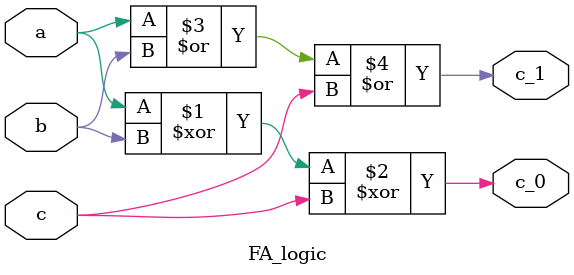
<source format=v>
`timescale 1ns / 1ps

module FA_logic(
input a,
input b,
input c,
output c_0,
output c_1
);

assign c_0 = a ^ b ^ c;
assign c_1 = a | b | c;

endmodule

</source>
